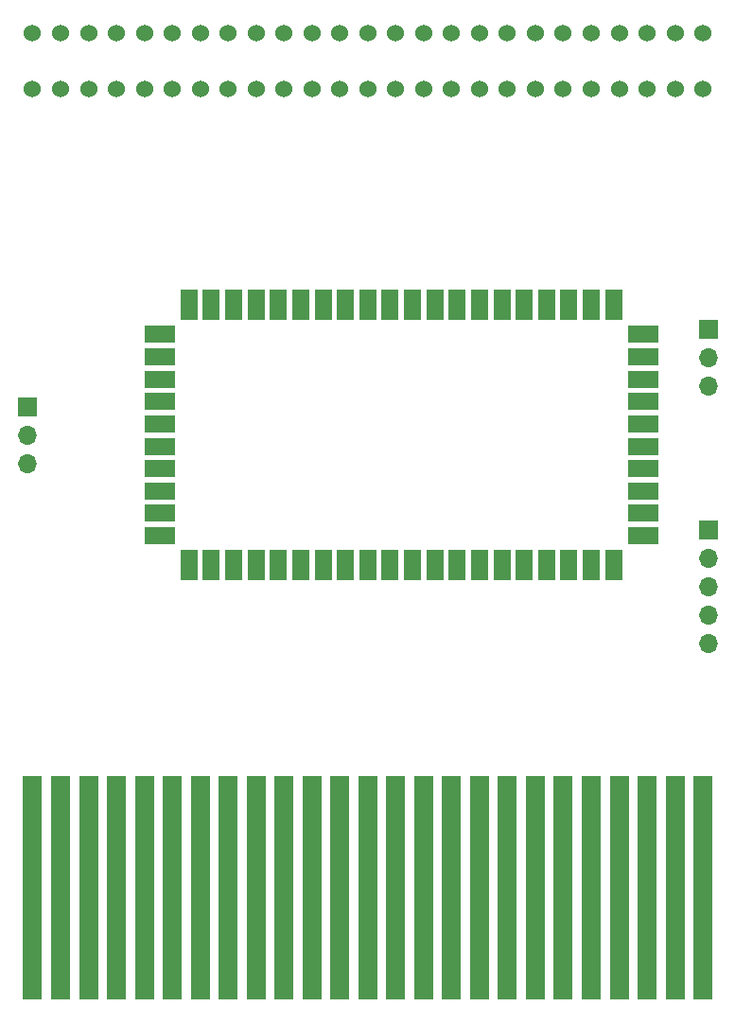
<source format=gbr>
%TF.GenerationSoftware,KiCad,Pcbnew,9.0.1*%
%TF.CreationDate,2025-05-19T19:35:20-05:00*%
%TF.ProjectId,n64_gamecat_rp2350b,6e36345f-6761-46d6-9563-61745f727032,rev?*%
%TF.SameCoordinates,Original*%
%TF.FileFunction,Soldermask,Top*%
%TF.FilePolarity,Negative*%
%FSLAX46Y46*%
G04 Gerber Fmt 4.6, Leading zero omitted, Abs format (unit mm)*
G04 Created by KiCad (PCBNEW 9.0.1) date 2025-05-19 19:35:20*
%MOMM*%
%LPD*%
G01*
G04 APERTURE LIST*
%ADD10R,1.800000X20.000000*%
%ADD11R,2.800000X1.500000*%
%ADD12C,1.350000*%
%ADD13O,1.350000X1.350000*%
%ADD14R,1.500000X2.800000*%
%ADD15R,1.700000X1.700000*%
%ADD16O,1.700000X1.700000*%
%ADD17C,1.524000*%
G04 APERTURE END LIST*
D10*
%TO.C,U3*%
X104000000Y-143000000D03*
X106500000Y-143000000D03*
X109000000Y-143000000D03*
X111500000Y-143000000D03*
X114000000Y-143000000D03*
X116500000Y-143000000D03*
X119000000Y-143000000D03*
X121500000Y-143000000D03*
X124000000Y-143000000D03*
X126500000Y-143000000D03*
X129000000Y-143000000D03*
X131500000Y-143000000D03*
X134000000Y-143000000D03*
X136500000Y-143000000D03*
X139000000Y-143000000D03*
X141500000Y-143000000D03*
X144000000Y-143000000D03*
X146500000Y-143000000D03*
X149000000Y-143000000D03*
X151500000Y-143000000D03*
X154000000Y-143000000D03*
X156500000Y-143000000D03*
X159000000Y-143000000D03*
X161500000Y-143000000D03*
X164000000Y-143000000D03*
%TD*%
D11*
%TO.C,U4*%
X158650000Y-111500000D03*
D12*
X158000000Y-111500000D03*
D11*
X158650000Y-109500000D03*
D13*
X158000000Y-109500000D03*
D11*
X158650000Y-107500000D03*
D13*
X158000000Y-107500000D03*
D11*
X158650000Y-105500000D03*
D13*
X158000000Y-105500000D03*
D11*
X158650000Y-103500000D03*
D13*
X158000000Y-103500000D03*
D11*
X158650000Y-101500000D03*
D13*
X158000000Y-101500000D03*
D11*
X158650000Y-99500000D03*
D13*
X158000000Y-99500000D03*
D11*
X158650000Y-97500000D03*
D13*
X158000000Y-97500000D03*
D11*
X158650000Y-95500000D03*
D13*
X158000000Y-95500000D03*
D11*
X158650000Y-93500000D03*
D13*
X158000000Y-93500000D03*
X156000000Y-91500000D03*
D14*
X156000000Y-90850000D03*
D13*
X154000000Y-91500000D03*
D14*
X154000000Y-90850000D03*
D13*
X152000000Y-91500000D03*
D14*
X152000000Y-90850000D03*
D13*
X150000000Y-91500000D03*
D14*
X150000000Y-90850000D03*
D13*
X148000000Y-91500000D03*
D14*
X148000000Y-90850000D03*
D13*
X146000000Y-91500000D03*
D14*
X146000000Y-90850000D03*
D13*
X144000000Y-91500000D03*
D14*
X144000000Y-90850000D03*
D13*
X142000000Y-91500000D03*
D14*
X142000000Y-90850000D03*
D13*
X140000000Y-91500000D03*
D14*
X140000000Y-90850000D03*
D13*
X138000000Y-91500000D03*
D14*
X138000000Y-90850000D03*
D13*
X136000000Y-91500000D03*
D14*
X136000000Y-90850000D03*
D13*
X134000000Y-91500000D03*
D14*
X134000000Y-90850000D03*
D13*
X132000000Y-91500000D03*
D14*
X132000000Y-90850000D03*
D13*
X130000000Y-91500000D03*
D14*
X130000000Y-90850000D03*
D13*
X128000000Y-91500000D03*
D14*
X128000000Y-90850000D03*
D13*
X126000000Y-91500000D03*
D14*
X126000000Y-90850000D03*
D13*
X124000000Y-91500000D03*
D14*
X124000000Y-90850000D03*
D13*
X122000000Y-91500000D03*
D14*
X122000000Y-90850000D03*
D13*
X120000000Y-91500000D03*
D14*
X120000000Y-90850000D03*
D13*
X118000000Y-91500000D03*
D14*
X118000000Y-90850000D03*
D13*
X116000000Y-93500000D03*
D11*
X115350000Y-93500000D03*
D13*
X116000000Y-95500000D03*
D11*
X115350000Y-95500000D03*
D13*
X116000000Y-97500000D03*
D11*
X115350000Y-97500000D03*
D13*
X116000000Y-99500000D03*
D11*
X115350000Y-99500000D03*
D13*
X116000000Y-101500000D03*
D11*
X115350000Y-101500000D03*
D13*
X116000000Y-103500000D03*
D11*
X115350000Y-103500000D03*
D13*
X116000000Y-105500000D03*
D11*
X115350000Y-105500000D03*
D13*
X116000000Y-107500000D03*
D11*
X115350000Y-107500000D03*
D13*
X116000000Y-109500000D03*
D11*
X115350000Y-109500000D03*
D13*
X116000000Y-111500000D03*
D11*
X115350000Y-111500000D03*
D14*
X118000000Y-114150000D03*
D13*
X118000000Y-113500000D03*
D14*
X120000000Y-114150000D03*
D13*
X120000000Y-113500000D03*
D14*
X122000000Y-114150000D03*
D13*
X122000000Y-113500000D03*
D14*
X124000000Y-114150000D03*
D13*
X124000000Y-113500000D03*
D14*
X126000000Y-114150000D03*
D13*
X126000000Y-113500000D03*
D14*
X128000000Y-114150000D03*
D13*
X128000000Y-113500000D03*
D14*
X130000000Y-114150000D03*
D13*
X130000000Y-113500000D03*
D14*
X132000000Y-114150000D03*
D13*
X132000000Y-113500000D03*
D14*
X134000000Y-114150000D03*
D13*
X134000000Y-113500000D03*
D14*
X136000000Y-114150000D03*
D13*
X136000000Y-113500000D03*
D14*
X138000000Y-114150000D03*
D13*
X138000000Y-113500000D03*
D14*
X140000000Y-114150000D03*
D13*
X140000000Y-113500000D03*
D14*
X142000000Y-114150000D03*
D13*
X142000000Y-113500000D03*
D14*
X144000000Y-114150000D03*
D13*
X144000000Y-113500000D03*
D14*
X146000000Y-114150000D03*
D13*
X146000000Y-113500000D03*
D14*
X148000000Y-114150000D03*
D13*
X148000000Y-113500000D03*
D14*
X150000000Y-114150000D03*
D13*
X150000000Y-113500000D03*
D14*
X152000000Y-114150000D03*
D13*
X152000000Y-113500000D03*
D14*
X154000000Y-114150000D03*
D13*
X154000000Y-113500000D03*
D14*
X156000000Y-114150000D03*
D13*
X156000000Y-113500000D03*
%TD*%
D15*
%TO.C,J3*%
X164500000Y-111000000D03*
D16*
X164500000Y-113540000D03*
X164500000Y-116080000D03*
X164500000Y-118620000D03*
X164500000Y-121160000D03*
%TD*%
D15*
%TO.C,J1*%
X164500000Y-93000000D03*
D16*
X164500000Y-95540000D03*
X164500000Y-98080000D03*
%TD*%
D15*
%TO.C,J2*%
X103500000Y-100000000D03*
D16*
X103500000Y-102540000D03*
X103500000Y-105080000D03*
%TD*%
D17*
%TO.C,U2*%
X104000000Y-71500000D03*
X106500000Y-71500000D03*
X109000000Y-71500000D03*
X111500000Y-71500000D03*
X114000000Y-71500000D03*
X116500000Y-71500000D03*
X119000000Y-71500000D03*
X121500000Y-71500000D03*
X124000000Y-71500000D03*
X126500000Y-71500000D03*
X129000000Y-71500000D03*
X131500000Y-71500000D03*
X134000000Y-71500000D03*
X136500000Y-71500000D03*
X139000000Y-71500000D03*
X141500000Y-71500000D03*
X144000000Y-71500000D03*
X146500000Y-71500000D03*
X149000000Y-71500000D03*
X151500000Y-71500000D03*
X154000000Y-71500000D03*
X156500000Y-71500000D03*
X159000000Y-71500000D03*
X161500000Y-71500000D03*
X164000000Y-71500000D03*
X104000000Y-66500000D03*
X106500000Y-66500000D03*
X109000000Y-66500000D03*
X111500000Y-66500000D03*
X114000000Y-66500000D03*
X116500000Y-66500000D03*
X119000000Y-66500000D03*
X121500000Y-66500000D03*
X124000000Y-66500000D03*
X126500000Y-66500000D03*
X129000000Y-66500000D03*
X131500000Y-66500000D03*
X134000000Y-66500000D03*
X136500000Y-66500000D03*
X139000000Y-66500000D03*
X141500000Y-66500000D03*
X144000000Y-66500000D03*
X146500000Y-66500000D03*
X149000000Y-66500000D03*
X151500000Y-66500000D03*
X154000000Y-66500000D03*
X156500000Y-66500000D03*
X159000000Y-66500000D03*
X161500000Y-66500000D03*
X164000000Y-66500000D03*
%TD*%
M02*

</source>
